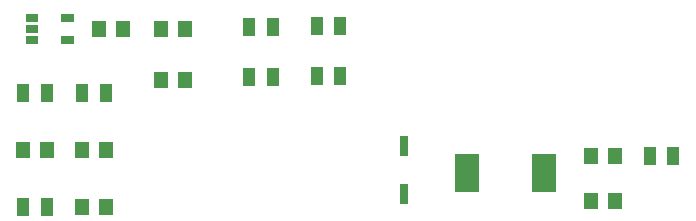
<source format=gtp>
G04 Layer: TopPasteMaskLayer*
G04 EasyEDA v6.3.22, 2020-03-24T12:14:19+11:00*
G04 be55d0e875064f4eac6341afbdbda93d,8b00c40d607e4de580d566db1ee26a9b,10*
G04 Gerber Generator version 0.2*
G04 Scale: 100 percent, Rotated: No, Reflected: No *
G04 Dimensions in millimeters *
G04 leading zeros omitted , absolute positions ,3 integer and 3 decimal *
%FSLAX33Y33*%
%MOMM*%
G90*
G71D02*

%ADD13R,0.999998X1.550010*%
%ADD14R,1.160018X1.450010*%
%ADD15R,1.998980X3.200400*%
%ADD17R,0.799998X1.799996*%

%LPD*%
G54D13*
G01X23859Y22055D03*
G01X21860Y22055D03*
G54D14*
G01X50800Y11557D03*
G01X52832Y11557D03*
G54D13*
G01X9688Y20764D03*
G01X7688Y20764D03*
G01X57768Y15438D03*
G01X55769Y15438D03*
G01X23859Y26289D03*
G01X21860Y26289D03*
G01X29574Y22182D03*
G01X27575Y22182D03*
G54D15*
G01X46812Y13970D03*
G01X40309Y13970D03*
G54D14*
G01X50800Y15437D03*
G01X52832Y15437D03*
G01X14351Y26162D03*
G01X16383Y26162D03*
G01X9144Y26162D03*
G01X11176Y26162D03*
G01X7683Y15875D03*
G01X9715Y15875D03*
G01X7683Y11119D03*
G01X9715Y11119D03*
G54D13*
G01X29574Y26416D03*
G01X27575Y26416D03*
G01X4736Y11120D03*
G01X2736Y11120D03*
G01X4736Y20764D03*
G01X2736Y20764D03*
G54D14*
G01X14351Y21844D03*
G01X16383Y21844D03*
G01X2731Y15875D03*
G01X4763Y15875D03*
G36*
G01X2922Y27437D02*
G01X3983Y27437D01*
G01X3983Y26786D01*
G01X2922Y26786D01*
G01X2922Y27437D01*
G37*
G36*
G01X2922Y26487D02*
G01X3983Y26487D01*
G01X3983Y25836D01*
G01X2922Y25836D01*
G01X2922Y26487D01*
G37*
G36*
G01X2922Y25537D02*
G01X3983Y25537D01*
G01X3983Y24886D01*
G01X2922Y24886D01*
G01X2922Y25537D01*
G37*
G36*
G01X5921Y25537D02*
G01X6983Y25537D01*
G01X6983Y24886D01*
G01X5921Y24886D01*
G01X5921Y25537D01*
G37*
G36*
G01X5921Y27437D02*
G01X6983Y27437D01*
G01X6983Y26786D01*
G01X5921Y26786D01*
G01X5921Y27437D01*
G37*
G54D17*
G01X34925Y12224D03*
G01X34925Y16223D03*
M00*
M02*

</source>
